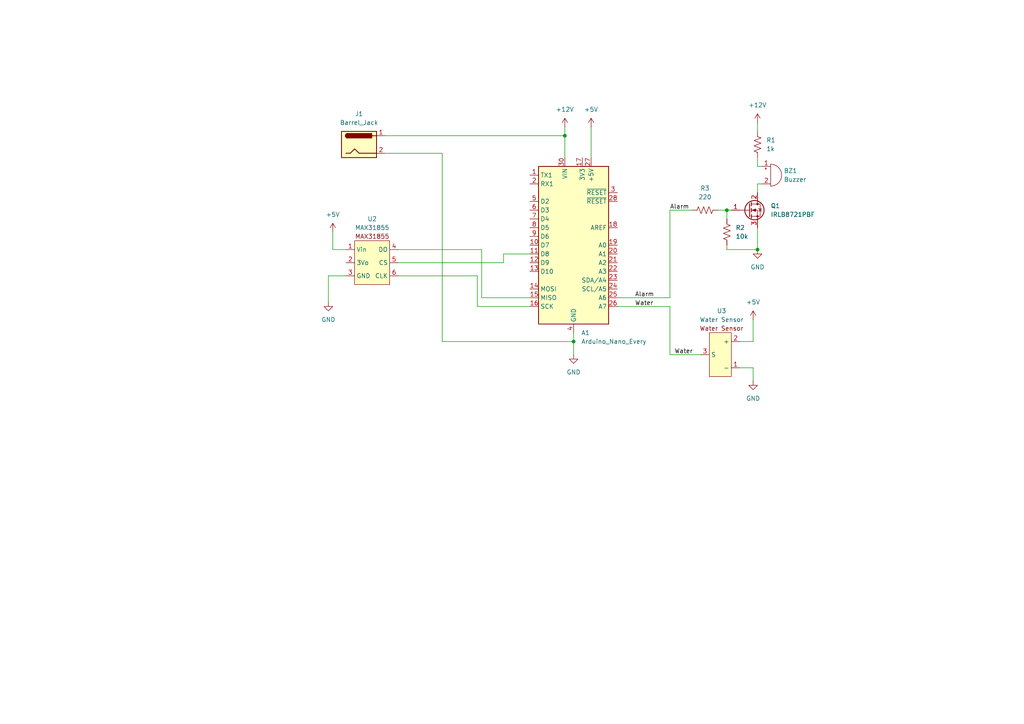
<source format=kicad_sch>
(kicad_sch (version 20231120) (generator "eeschema") (generator_version "8.0")
  (paper "A4")
  (lib_symbols
    (symbol "Connector:Barrel_Jack" (pin_names (offset 1.016))
      (property "Reference" "J" (at 0 5.334 0))
      (property "Value" "Barrel_Jack" (at 0 -5.08 0))
      (symbol "Barrel_Jack_0_1"
        (rectangle (start -5.08 3.81) (end 5.08 -3.81) (stroke (width 0.254)) (fill (type background)))
        (arc (start -3.302 3.175) (mid -3.9343 2.54) (end -3.302 1.905) (stroke (width 0.254)))
        (arc (start -3.302 3.175) (mid -3.9343 2.54) (end -3.302 1.905) (stroke (width 0.254)) (fill (type outline)))
        (polyline (pts (xy 5.08 2.54) (xy 3.81 2.54)) (stroke (width 0.254)))
        (polyline (pts (xy -3.81 -2.54) (xy -2.54 -2.54) (xy -1.27 -1.27) (xy 0 -2.54) (xy 2.54 -2.54) (xy 5.08 -2.54)) (stroke (width 0.254)))
        (rectangle (start 3.683 3.175) (end -3.302 1.905) (stroke (width 0.254)) (fill (type outline)))
      )
      (symbol "Barrel_Jack_1_1"
        (pin passive line (at 7.62 2.54 180) (length 2.54) (name "~") (number "1"))
        (pin passive line (at 7.62 -2.54 180) (length 2.54) (name "~") (number "2"))
      )
    )
    (symbol "Device:Buzzer" (pin_names (offset 0.0254) hide)
      (property "Reference" "BZ" (at 3.81 1.27 0))
      (property "Value" "Buzzer" (at 3.81 -1.27 0))
      (symbol "Buzzer_0_1"
        (arc (start 0 -3.175) (mid 3.1612 0) (end 0 3.175))
        (polyline (pts (xy -1.651 1.905) (xy -1.143 1.905)))
        (polyline (pts (xy -1.397 2.159) (xy -1.397 1.651)))
        (polyline (pts (xy 0 3.175) (xy 0 -3.175)))
      )
      (symbol "Buzzer_1_1"
        (pin passive line (at -2.54 2.54 0) (length 2.54) (name "+") (number "1"))
        (pin passive line (at -2.54 -2.54 0) (length 2.54) (name "-") (number "2"))
      )
    )
    (symbol "Device:R_US" (pin_numbers hide) (pin_names (offset 0))
      (property "Reference" "R" (at 2.54 0 90))
      (property "Value" "R_US" (at -2.54 0 90))
      (symbol "R_US_0_1"
        (polyline (pts (xy 0 -2.286) (xy 0 -2.54)))
        (polyline (pts (xy 0 2.286) (xy 0 2.54)))
        (polyline (pts (xy 0 -0.762) (xy 1.016 -1.143) (xy 0 -1.524) (xy -1.016 -1.905) (xy 0 -2.286)))
        (polyline (pts (xy 0 0.762) (xy 1.016 0.381) (xy 0 0) (xy -1.016 -0.381) (xy 0 -0.762)))
        (polyline (pts (xy 0 2.286) (xy 1.016 1.905) (xy 0 1.524) (xy -1.016 1.143) (xy 0 0.762)))
      )
      (symbol "R_US_1_1"
        (pin passive line (at 0 3.81 270) (length 1.27) (name "~") (number "1"))
        (pin passive line (at 0 -3.81 90) (length 1.27) (name "~") (number "2"))
      )
    )
    (symbol "MCU_Module:Arduino_Nano_Every"
      (property "Reference" "A" (at -10.16 23.495 0))
      (property "Value" "Arduino_Nano_Every" (at 5.08 -24.13 0))
      (symbol "Arduino_Nano_Every_0_1"
        (rectangle (start -10.16 22.86) (end 10.16 -22.86) (stroke (width 0.254)) (fill (type background)))
      )
      (symbol "Arduino_Nano_Every_1_1"
        (pin bidirectional line (at -12.7 20.32 0) (length 2.54) (name "TX1") (number "1"))
        (pin bidirectional line (at -12.7 0 0) (length 2.54) (name "D7") (number "10"))
        (pin bidirectional line (at -12.7 -2.54 0) (length 2.54) (name "D8") (number "11"))
        (pin bidirectional line (at -12.7 -5.08 0) (length 2.54) (name "D9") (number "12"))
        (pin bidirectional line (at -12.7 -7.62 0) (length 2.54) (name "D10") (number "13"))
        (pin bidirectional line (at -12.7 -12.7 0) (length 2.54) (name "MOSI") (number "14"))
        (pin bidirectional line (at -12.7 -15.24 0) (length 2.54) (name "MISO") (number "15"))
        (pin bidirectional line (at -12.7 -17.78 0) (length 2.54) (name "SCK") (number "16"))
        (pin power_out line (at 2.54 25.4 270) (length 2.54) (name "3V3") (number "17"))
        (pin input line (at 12.7 5.08 180) (length 2.54) (name "AREF") (number "18"))
        (pin bidirectional line (at 12.7 0 180) (length 2.54) (name "A0") (number "19"))
        (pin bidirectional line (at -12.7 17.78 0) (length 2.54) (name "RX1") (number "2"))
        (pin bidirectional line (at 12.7 -2.54 180) (length 2.54) (name "A1") (number "20"))
        (pin bidirectional line (at 12.7 -5.08 180) (length 2.54) (name "A2") (number "21"))
        (pin bidirectional line (at 12.7 -7.62 180) (length 2.54) (name "A3") (number "22"))
        (pin bidirectional line (at 12.7 -10.16 180) (length 2.54) (name "SDA/A4") (number "23"))
        (pin bidirectional line (at 12.7 -12.7 180) (length 2.54) (name "SCL/A5") (number "24"))
        (pin bidirectional line (at 12.7 -15.24 180) (length 2.54) (name "A6") (number "25"))
        (pin bidirectional line (at 12.7 -17.78 180) (length 2.54) (name "A7") (number "26"))
        (pin power_out line (at 5.08 25.4 270) (length 2.54) (name "+5V") (number "27"))
        (pin input line (at 12.7 12.7 180) (length 2.54) (name "~{RESET}") (number "28"))
        (pin passive line (at 0 -25.4 90) (length 2.54) hide (name "GND") (number "29"))
        (pin input line (at 12.7 15.24 180) (length 2.54) (name "~{RESET}") (number "3"))
        (pin power_in line (at -2.54 25.4 270) (length 2.54) (name "VIN") (number "30"))
        (pin power_in line (at 0 -25.4 90) (length 2.54) (name "GND") (number "4"))
        (pin bidirectional line (at -12.7 12.7 0) (length 2.54) (name "D2") (number "5"))
        (pin bidirectional line (at -12.7 10.16 0) (length 2.54) (name "D3") (number "6"))
        (pin bidirectional line (at -12.7 7.62 0) (length 2.54) (name "D4") (number "7"))
        (pin bidirectional line (at -12.7 5.08 0) (length 2.54) (name "D5") (number "8"))
        (pin bidirectional line (at -12.7 2.54 0) (length 2.54) (name "D6") (number "9"))
      )
    )
    (symbol "Transistor_FET:IRLB8721PBF" (pin_names hide)
      (property "Reference" "Q" (at 5.08 1.905 0))
      (property "Value" "IRLB8721PBF" (at 5.08 0 0))
      (symbol "IRLB8721PBF_0_1"
        (polyline (pts (xy 0.254 0) (xy -2.54 0)))
        (polyline (pts (xy 0.254 1.905) (xy 0.254 -1.905)) (stroke (width 0.254)))
        (polyline (pts (xy 0.762 -1.27) (xy 0.762 -2.286)) (stroke (width 0.254)))
        (polyline (pts (xy 0.762 0.508) (xy 0.762 -0.508)) (stroke (width 0.254)))
        (polyline (pts (xy 0.762 2.286) (xy 0.762 1.27)) (stroke (width 0.254)))
        (polyline (pts (xy 2.54 2.54) (xy 2.54 1.778)))
        (polyline (pts (xy 2.54 -2.54) (xy 2.54 0) (xy 0.762 0)))
        (polyline (pts (xy 0.762 -1.778) (xy 3.302 -1.778) (xy 3.302 1.778) (xy 0.762 1.778)))
        (polyline (pts (xy 1.016 0) (xy 2.032 0.381) (xy 2.032 -0.381) (xy 1.016 0)) (fill (type outline)))
        (polyline (pts (xy 2.794 0.508) (xy 2.921 0.381) (xy 3.683 0.381) (xy 3.81 0.254)))
        (polyline (pts (xy 3.302 0.381) (xy 2.921 -0.254) (xy 3.683 -0.254) (xy 3.302 0.381)))
        (circle (center 1.651 0) (radius 2.794) (stroke (width 0.254)))
        (circle (center 2.54 -1.778) (radius 0.254) (fill (type outline)))
        (circle (center 2.54 1.778) (radius 0.254) (fill (type outline)))
      )
      (symbol "IRLB8721PBF_1_1"
        (pin input line (at -5.08 0 0) (length 2.54) (name "G") (number "1"))
        (pin passive line (at 2.54 5.08 270) (length 2.54) (name "D") (number "2"))
        (pin passive line (at 2.54 -5.08 90) (length 2.54) (name "S") (number "3"))
      )
    )
    (symbol "Wannet:MAX31855_thermocouple_breakout"
      (property "Reference" "U" (at 0 0 0))
      (symbol "MAX31855_thermocouple_breakout_1_1"
        (rectangle (start -5.08 -3.81) (end 5.08 -16.51) (fill (type background)))
        (text "MAX31855\n" (at 0 -2.54 0) (effects (font (size 1.27 1.27))))
        (pin passive line (at 7.62 -6.35 180) (length 2.54) (name "Vin") (number "1"))
        (pin passive line (at 7.62 -10.16 180) (length 2.54) (name "3Vo") (number "2"))
        (pin passive line (at 7.62 -13.97 180) (length 2.54) (name "GND") (number "3"))
        (pin passive line (at -7.62 -6.35 0) (length 2.54) (name "DO") (number "4"))
        (pin passive line (at -7.62 -10.16 0) (length 2.54) (name "CS") (number "5"))
        (pin passive line (at -7.62 -13.97 0) (length 2.54) (name "CLK") (number "6"))
      )
    )
    (symbol "Wannet:WaterSensor"
      (property "Reference" "U" (at 0 0 0))
      (symbol "WaterSensor_1_1"
        (rectangle (start -3.81 -3.81) (end 2.54 -16.51) (fill (type background)))
        (text "Water Sensor" (at -0.254 -2.54 0) (effects (font (size 1.27 1.27))))
        (pin passive line (at 5.08 -13.97 180) (length 2.54) (name "-") (number "1"))
        (pin passive line (at 5.08 -6.35 180) (length 2.54) (name "+") (number "2"))
        (pin passive line (at -6.35 -10.16 0) (length 2.54) (name "S") (number "3"))
      )
    )
    (symbol "power:+12V" (power) (pin_numbers hide) (pin_names (offset 0) hide)
      (property "Value" "+12V" (at 0 3.556 0))
      (symbol "+12V_0_1"
        (polyline (pts (xy -0.762 1.27) (xy 0 2.54)))
        (polyline (pts (xy 0 0) (xy 0 2.54)))
        (polyline (pts (xy 0 2.54) (xy 0.762 1.27)))
      )
      (symbol "+12V_1_1"
        (pin power_in line (at 0 0 90) (length 0) (name "~") (number "1"))
      )
    )
    (symbol "power:+5V" (power) (pin_numbers hide) (pin_names (offset 0) hide)
      (property "Value" "+5V" (at 0 3.556 0))
      (symbol "+5V_0_1"
        (polyline (pts (xy -0.762 1.27) (xy 0 2.54)))
        (polyline (pts (xy 0 0) (xy 0 2.54)))
        (polyline (pts (xy 0 2.54) (xy 0.762 1.27)))
      )
      (symbol "+5V_1_1"
        (pin power_in line (at 0 0 90) (length 0) (name "~") (number "1"))
      )
    )
    (symbol "power:GND" (power) (pin_numbers hide) (pin_names (offset 0) hide)
      (property "Value" "GND" (at 0 -3.81 0))
      (symbol "GND_0_1"
        (polyline (pts (xy 0 0) (xy 0 -1.27) (xy 1.27 -1.27) (xy 0 -2.54) (xy -1.27 -1.27) (xy 0 -1.27)))
      )
      (symbol "GND_1_1"
        (pin power_in line (at 0 0 270) (length 0) (name "~") (number "1"))
      )
    )
  )
  (junction (at 210.82 60.96))
  (junction (at 166.37 99.06))
  (junction (at 163.83 39.37))
  (junction (at 219.71 72.39))
  (wire (pts (xy 218.44 92.71) (xy 218.44 99.06)))
  (wire (pts (xy 166.37 96.52) (xy 166.37 99.06)))
  (wire (pts (xy 208.28 60.96) (xy 210.82 60.96)))
  (wire (pts (xy 128.27 44.45) (xy 128.27 99.06)))
  (wire (pts (xy 95.25 80.01) (xy 95.25 87.63)))
  (wire (pts (xy 219.71 72.39) (xy 219.71 66.04)))
  (wire (pts (xy 139.7 86.36) (xy 139.7 72.39)))
  (wire (pts (xy 214.63 106.68) (xy 218.44 106.68)))
  (wire (pts (xy 179.07 88.9) (xy 194.31 88.9)))
  (wire (pts (xy 163.83 39.37) (xy 163.83 45.72)))
  (wire (pts (xy 111.76 44.45) (xy 128.27 44.45)))
  (wire (pts (xy 219.71 35.56) (xy 219.71 38.1)))
  (wire (pts (xy 194.31 102.87) (xy 194.31 88.9)))
  (wire (pts (xy 163.83 36.83) (xy 163.83 39.37)))
  (wire (pts (xy 171.45 36.83) (xy 171.45 45.72)))
  (wire (pts (xy 115.57 76.2) (xy 146.05 76.2)))
  (wire (pts (xy 194.31 102.87) (xy 203.2 102.87)))
  (wire (pts (xy 219.71 53.34) (xy 220.98 53.34)))
  (wire (pts (xy 179.07 86.36) (xy 194.31 86.36)))
  (wire (pts (xy 138.43 88.9) (xy 153.67 88.9)))
  (wire (pts (xy 218.44 106.68) (xy 218.44 110.49)))
  (wire (pts (xy 210.82 72.39) (xy 219.71 72.39)))
  (wire (pts (xy 210.82 71.12) (xy 210.82 72.39)))
  (wire (pts (xy 96.52 72.39) (xy 100.33 72.39)))
  (wire (pts (xy 210.82 60.96) (xy 210.82 63.5)))
  (wire (pts (xy 194.31 86.36) (xy 194.31 60.96)))
  (wire (pts (xy 166.37 99.06) (xy 166.37 102.87)))
  (wire (pts (xy 220.98 48.26) (xy 219.71 48.26)))
  (wire (pts (xy 111.76 39.37) (xy 163.83 39.37)))
  (wire (pts (xy 115.57 80.01) (xy 138.43 80.01)))
  (wire (pts (xy 194.31 60.96) (xy 200.66 60.96)))
  (wire (pts (xy 153.67 86.36) (xy 139.7 86.36)))
  (wire (pts (xy 219.71 48.26) (xy 219.71 45.72)))
  (wire (pts (xy 146.05 76.2) (xy 146.05 73.66)))
  (wire (pts (xy 210.82 60.96) (xy 212.09 60.96)))
  (wire (pts (xy 214.63 99.06) (xy 218.44 99.06)))
  (wire (pts (xy 139.7 72.39) (xy 115.57 72.39)))
  (wire (pts (xy 96.52 67.31) (xy 96.52 72.39)))
  (wire (pts (xy 138.43 80.01) (xy 138.43 88.9)))
  (wire (pts (xy 166.37 99.06) (xy 128.27 99.06)))
  (wire (pts (xy 219.71 55.88) (xy 219.71 53.34)))
  (wire (pts (xy 146.05 73.66) (xy 153.67 73.66)))
  (wire (pts (xy 100.33 80.01) (xy 95.25 80.01)))
  (label "Water" (at 195.58 102.87 0))
  (label "Water" (at 184.15 88.9 0))
  (label "Alarm" (at 184.15 86.36 0))
  (label "Alarm" (at 194.31 60.96 0))
  (symbol (lib_id "Device:Buzzer") (at 223.52 50.8 0) (unit 1)
    (property "Reference" "BZ1" (at 227.33 49.5299 0) (effects (justify left)))
    (property "Value" "Buzzer" (at 227.33 52.0699 0) (effects (justify left)))
    (property "Footprint" "Connector_JST:JST_PH_B2B-PH-K_1x02_P2.00mm_Vertical" (effects (hide yes)))
    (property "Description" "Buzzer, polarized" (effects (hide yes)))
  )
  (symbol (lib_id "Transistor_FET:IRLB8721PBF") (at 217.17 60.96 0) (unit 1)
    (property "Reference" "Q1" (at 223.52 59.6899 0) (effects (justify left)))
    (property "Value" "IRLB8721PBF" (at 223.52 62.2299 0) (effects (justify left)))
    (property "Footprint" "Package_TO_SOT_THT:TO-220-3_Vertical" (effects (hide yes)))
    (property "Datasheet" "http://www.infineon.com/dgdl/irlb8721pbf.pdf?fileId=5546d462533600a40153566056732591" (effects (hide yes)))
    (property "Description" "62A Id, 30V Vds, 8.7 mOhm Rds, N-Channel HEXFET Power MOSFET, TO-220" (effects (hide yes)))
  )
  (symbol (lib_id "power:+12V") (at 163.83 36.83 0) (unit 1)
    (property "Reference" "#PWR04" (effects (hide yes)))
    (property "Value" "+12V" (at 163.83 31.75 0))
    (property "Description" "Power symbol creates a global label with name \"+12V\"" (effects (hide yes)))
  )
  (symbol (lib_id "power:GND") (at 218.44 110.49 0) (unit 1)
    (property "Reference" "#PWR06" (effects (hide yes)))
    (property "Value" "GND" (at 218.44 115.57 0))
    (property "Description" "Power symbol creates a global label with name \"GND\" , ground" (effects (hide yes)))
  )
  (symbol (lib_id "power:+5V") (at 96.52 67.31 0) (mirror y) (unit 1)
    (property "Reference" "#PWR012" (effects (hide yes)))
    (property "Value" "+5V" (at 96.52 62.23 0))
    (property "Description" "Power symbol creates a global label with name \"+5V\"" (effects (hide yes)))
  )
  (symbol (lib_id "power:+5V") (at 171.45 36.83 0) (unit 1)
    (property "Reference" "#PWR03" (effects (hide yes)))
    (property "Value" "+5V" (at 171.45 31.75 0))
    (property "Description" "Power symbol creates a global label with name \"+5V\"" (effects (hide yes)))
  )
  (symbol (lib_id "Connector:Barrel_Jack") (at 104.14 41.91 0) (unit 1)
    (property "Reference" "J1" (at 104.14 33.02 0))
    (property "Value" "Barrel_Jack" (at 104.14 35.56 0))
    (property "Footprint" "TerminalBlock:TerminalBlock_bornier-2_P5.08mm" (effects (hide yes)))
    (property "Description" "DC Barrel Jack" (effects (hide yes)))
  )
  (symbol (lib_id "power:GND") (at 166.37 102.87 0) (unit 1)
    (property "Reference" "#PWR02" (effects (hide yes)))
    (property "Value" "GND" (at 166.37 107.95 0))
    (property "Description" "Power symbol creates a global label with name \"GND\" , ground" (effects (hide yes)))
  )
  (symbol (lib_id "Wannet:MAX31855_thermocouple_breakout") (at 107.95 66.04 0) (mirror y) (unit 1)
    (property "Reference" "U2" (at 107.95 63.5 0))
    (property "Value" "MAX31855" (at 107.95 66.04 0))
    (property "Footprint" "Wannet:MAX31855_thermocouple_breakout" (effects (hide yes)))
  )
  (symbol (lib_id "power:+5V") (at 218.44 92.71 0) (unit 1)
    (property "Reference" "#PWR01" (effects (hide yes)))
    (property "Value" "+5V" (at 218.44 87.63 0))
    (property "Description" "Power symbol creates a global label with name \"+5V\"" (effects (hide yes)))
  )
  (symbol (lib_id "power:GND") (at 95.25 87.63 0) (mirror y) (unit 1)
    (property "Reference" "#PWR010" (effects (hide yes)))
    (property "Value" "GND" (at 95.25 92.71 0))
    (property "Description" "Power symbol creates a global label with name \"GND\" , ground" (effects (hide yes)))
  )
  (symbol (lib_id "Device:R_US") (at 219.71 41.91 0) (unit 1)
    (property "Reference" "R1" (at 222.25 40.6399 0) (effects (justify left)))
    (property "Value" "1k" (at 222.25 43.1799 0) (effects (justify left)))
    (property "Footprint" "Resistor_SMD:R_0805_2012Metric_Pad1.20x1.40mm_HandSolder" (effects (hide yes)))
    (property "Description" "Resistor, US symbol" (effects (hide yes)))
  )
  (symbol (lib_id "Wannet:WaterSensor") (at 209.55 92.71 0) (unit 1)
    (property "Reference" "U3" (at 209.296 90.17 0))
    (property "Value" "Water Sensor" (at 209.296 92.71 0))
    (property "Footprint" "Connector_JST:JST_PH_B3B-PH-K_1x03_P2.00mm_Vertical" (effects (hide yes)))
  )
  (symbol (lib_id "Device:R_US") (at 210.82 67.31 0) (unit 1)
    (property "Reference" "R2" (at 213.36 66.0399 0) (effects (justify left)))
    (property "Value" "10k" (at 213.36 68.5799 0) (effects (justify left)))
    (property "Footprint" "Resistor_SMD:R_0805_2012Metric_Pad1.20x1.40mm_HandSolder" (effects (hide yes)))
    (property "Description" "Resistor, US symbol" (effects (hide yes)))
  )
  (symbol (lib_id "power:GND") (at 219.71 72.39 0) (unit 1)
    (property "Reference" "#PWR08" (effects (hide yes)))
    (property "Value" "GND" (at 219.71 77.47 0))
    (property "Description" "Power symbol creates a global label with name \"GND\" , ground" (effects (hide yes)))
  )
  (symbol (lib_id "power:+12V") (at 219.71 35.56 0) (unit 1)
    (property "Reference" "#PWR07" (effects (hide yes)))
    (property "Value" "+12V" (at 219.71 30.48 0))
    (property "Description" "Power symbol creates a global label with name \"+12V\"" (effects (hide yes)))
  )
  (symbol (lib_id "MCU_Module:Arduino_Nano_Every") (at 166.37 71.12 0) (unit 1)
    (property "Reference" "A1" (at 168.5641 96.52 0) (effects (justify left)))
    (property "Value" "Arduino_Nano_Every" (at 168.5641 99.06 0) (effects (justify left)))
    (property "Footprint" "Module:Arduino_Nano" (effects (hide yes)))
    (property "Datasheet" "https://content.arduino.cc/assets/NANOEveryV3.0_sch.pdf" (effects (hide yes)))
    (property "Description" "Arduino Nano Every" (effects (hide yes)))
  )
  (symbol (lib_id "Device:R_US") (at 204.47 60.96 90) (unit 1)
    (property "Reference" "R3" (at 204.47 54.61 90))
    (property "Value" "220" (at 204.47 57.15 90))
    (property "Footprint" "Resistor_SMD:R_0805_2012Metric_Pad1.20x1.40mm_HandSolder" (effects (hide yes)))
    (property "Description" "Resistor, US symbol" (effects (hide yes)))
  )
)
</source>
